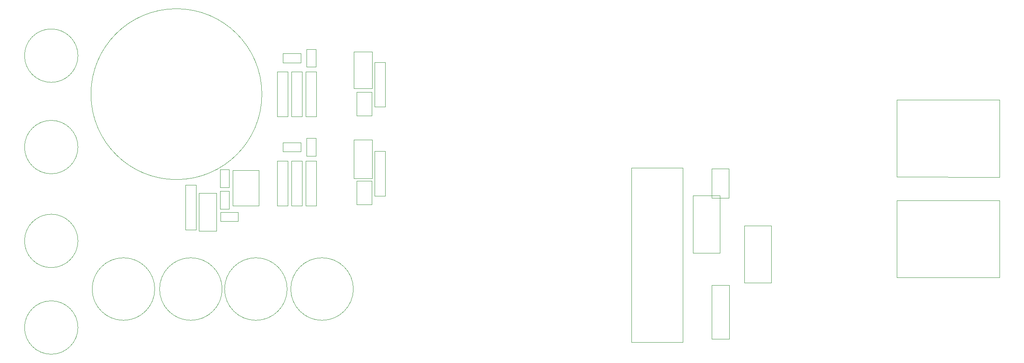
<source format=gbr>
G04 #@! TF.GenerationSoftware,KiCad,Pcbnew,5.1.4*
G04 #@! TF.CreationDate,2019-10-26T17:37:43-03:00*
G04 #@! TF.ProjectId,MCB19,4d434231-392e-46b6-9963-61645f706362,rev?*
G04 #@! TF.SameCoordinates,Original*
G04 #@! TF.FileFunction,Other,User*
%FSLAX46Y46*%
G04 Gerber Fmt 4.6, Leading zero omitted, Abs format (unit mm)*
G04 Created by KiCad (PCBNEW 5.1.4) date 2019-10-26 17:37:43*
%MOMM*%
%LPD*%
G04 APERTURE LIST*
%ADD10C,0.050000*%
G04 APERTURE END LIST*
D10*
X123670000Y-80500000D02*
X123670000Y-88500000D01*
X119830000Y-80500000D02*
X123670000Y-80500000D01*
X119830000Y-88500000D02*
X119830000Y-80500000D01*
X123670000Y-88500000D02*
X119830000Y-88500000D01*
X123670000Y-62180000D02*
X123670000Y-69820000D01*
X119830000Y-62180000D02*
X123670000Y-62180000D01*
X119830000Y-69820000D02*
X119830000Y-62180000D01*
X123670000Y-69820000D02*
X119830000Y-69820000D01*
X120420000Y-75450000D02*
X120420000Y-70550000D01*
X123580000Y-75450000D02*
X120420000Y-75450000D01*
X123580000Y-70550000D02*
X123580000Y-75450000D01*
X120420000Y-70550000D02*
X123580000Y-70550000D01*
X120420000Y-93950000D02*
X120420000Y-89050000D01*
X123580000Y-93950000D02*
X120420000Y-93950000D01*
X123580000Y-89050000D02*
X123580000Y-93950000D01*
X120420000Y-89050000D02*
X123580000Y-89050000D01*
X78500000Y-111500000D02*
G75*
G03X78500000Y-111500000I-6500000J0D01*
G01*
X62550000Y-119500000D02*
G75*
G03X62550000Y-119500000I-5550000J0D01*
G01*
X103900000Y-84850000D02*
X106100000Y-84850000D01*
X103900000Y-94150000D02*
X103900000Y-84850000D01*
X106100000Y-94150000D02*
X103900000Y-94150000D01*
X106100000Y-84850000D02*
X106100000Y-94150000D01*
X106000000Y-111500000D02*
G75*
G03X106000000Y-111500000I-6500000J0D01*
G01*
X119750000Y-111500000D02*
G75*
G03X119750000Y-111500000I-6500000J0D01*
G01*
X100085000Y-94200000D02*
X100085000Y-86800000D01*
X94685000Y-94200000D02*
X100085000Y-94200000D01*
X94685000Y-86800000D02*
X94685000Y-94200000D01*
X100085000Y-86800000D02*
X94685000Y-86800000D01*
X111950000Y-61650000D02*
X111950000Y-65350000D01*
X110050000Y-61650000D02*
X111950000Y-61650000D01*
X110050000Y-65350000D02*
X110050000Y-61650000D01*
X111950000Y-65350000D02*
X110050000Y-65350000D01*
X111950000Y-80150000D02*
X111950000Y-83850000D01*
X110050000Y-80150000D02*
X111950000Y-80150000D01*
X110050000Y-83850000D02*
X110050000Y-80150000D01*
X111950000Y-83850000D02*
X110050000Y-83850000D01*
X105150000Y-62550000D02*
X108850000Y-62550000D01*
X105150000Y-64450000D02*
X105150000Y-62550000D01*
X108850000Y-64450000D02*
X105150000Y-64450000D01*
X108850000Y-62550000D02*
X108850000Y-64450000D01*
X105150000Y-81050000D02*
X108850000Y-81050000D01*
X105150000Y-82950000D02*
X105150000Y-81050000D01*
X108850000Y-82950000D02*
X105150000Y-82950000D01*
X108850000Y-81050000D02*
X108850000Y-82950000D01*
X92125000Y-95550000D02*
X95825000Y-95550000D01*
X92125000Y-97450000D02*
X92125000Y-95550000D01*
X95825000Y-97450000D02*
X92125000Y-97450000D01*
X95825000Y-95550000D02*
X95825000Y-97450000D01*
X62550000Y-101500000D02*
G75*
G03X62550000Y-101500000I-5550000J0D01*
G01*
X62550000Y-82000000D02*
G75*
G03X62550000Y-82000000I-5550000J0D01*
G01*
X62550000Y-63000000D02*
G75*
G03X62550000Y-63000000I-5550000J0D01*
G01*
X112100000Y-75650000D02*
X109900000Y-75650000D01*
X112100000Y-66350000D02*
X112100000Y-75650000D01*
X109900000Y-66350000D02*
X112100000Y-66350000D01*
X109900000Y-75650000D02*
X109900000Y-66350000D01*
X109100000Y-75650000D02*
X106900000Y-75650000D01*
X109100000Y-66350000D02*
X109100000Y-75650000D01*
X106900000Y-66350000D02*
X109100000Y-66350000D01*
X106900000Y-75650000D02*
X106900000Y-66350000D01*
X109900000Y-94150000D02*
X109900000Y-84850000D01*
X109900000Y-84850000D02*
X112100000Y-84850000D01*
X112100000Y-84850000D02*
X112100000Y-94150000D01*
X112100000Y-94150000D02*
X109900000Y-94150000D01*
X109100000Y-94150000D02*
X106900000Y-94150000D01*
X109100000Y-84850000D02*
X109100000Y-94150000D01*
X106900000Y-84850000D02*
X109100000Y-84850000D01*
X106900000Y-94150000D02*
X106900000Y-84850000D01*
X124150000Y-92150000D02*
X124150000Y-82850000D01*
X124150000Y-82850000D02*
X126350000Y-82850000D01*
X126350000Y-82850000D02*
X126350000Y-92150000D01*
X126350000Y-92150000D02*
X124150000Y-92150000D01*
X126350000Y-73650000D02*
X124150000Y-73650000D01*
X126350000Y-64350000D02*
X126350000Y-73650000D01*
X124150000Y-64350000D02*
X126350000Y-64350000D01*
X124150000Y-73650000D02*
X124150000Y-64350000D01*
X103900000Y-66350000D02*
X106100000Y-66350000D01*
X103900000Y-75650000D02*
X103900000Y-66350000D01*
X106100000Y-75650000D02*
X103900000Y-75650000D01*
X106100000Y-66350000D02*
X106100000Y-75650000D01*
X84900000Y-89850000D02*
X87100000Y-89850000D01*
X84900000Y-99150000D02*
X84900000Y-89850000D01*
X87100000Y-99150000D02*
X84900000Y-99150000D01*
X87100000Y-89850000D02*
X87100000Y-99150000D01*
X92050000Y-94850000D02*
X92050000Y-91150000D01*
X93950000Y-94850000D02*
X92050000Y-94850000D01*
X93950000Y-91150000D02*
X93950000Y-94850000D01*
X92050000Y-91150000D02*
X93950000Y-91150000D01*
X87650000Y-99420000D02*
X87650000Y-91580000D01*
X91350000Y-99420000D02*
X87650000Y-99420000D01*
X91350000Y-91580000D02*
X91350000Y-99420000D01*
X87650000Y-91580000D02*
X91350000Y-91580000D01*
X92500000Y-111500000D02*
G75*
G03X92500000Y-111500000I-6500000J0D01*
G01*
X100750000Y-71000000D02*
G75*
G03X100750000Y-71000000I-17750000J0D01*
G01*
X93950000Y-86650000D02*
X93950000Y-90350000D01*
X92050000Y-86650000D02*
X93950000Y-86650000D01*
X92050000Y-90350000D02*
X92050000Y-86650000D01*
X93950000Y-90350000D02*
X92050000Y-90350000D01*
X194200000Y-86450000D02*
X197750000Y-86450000D01*
X197750000Y-86450000D02*
X197750000Y-92550000D01*
X197750000Y-92550000D02*
X194200000Y-92550000D01*
X194200000Y-92550000D02*
X194200000Y-86450000D01*
X188200000Y-122550000D02*
X188200000Y-86300000D01*
X188200000Y-86300000D02*
X177500000Y-86300000D01*
X177500000Y-86300000D02*
X177500000Y-122550000D01*
X177500000Y-122550000D02*
X188200000Y-122550000D01*
X232664000Y-88221000D02*
X232664000Y-72201000D01*
X232664000Y-88221000D02*
X254000000Y-88222000D01*
X254000000Y-72201000D02*
X232664000Y-72201000D01*
X254000000Y-72202000D02*
X254000000Y-88222000D01*
X232668000Y-109076000D02*
X232668000Y-93056000D01*
X232668000Y-109076000D02*
X254004000Y-109077000D01*
X254004000Y-93056000D02*
X232668000Y-93056000D01*
X254004000Y-93057000D02*
X254004000Y-109077000D01*
X194200000Y-110660000D02*
X194200000Y-121860000D01*
X194200000Y-121860000D02*
X197800000Y-121860000D01*
X197800000Y-121860000D02*
X197800000Y-110660000D01*
X197800000Y-110660000D02*
X194200000Y-110660000D01*
X200934000Y-110216000D02*
X206534000Y-110216000D01*
X206534000Y-110216000D02*
X206534000Y-98316000D01*
X206534000Y-98316000D02*
X200934000Y-98316000D01*
X200934000Y-98316000D02*
X200934000Y-110216000D01*
X195896000Y-92084000D02*
X190296000Y-92084000D01*
X190296000Y-92084000D02*
X190296000Y-103984000D01*
X190296000Y-103984000D02*
X195896000Y-103984000D01*
X195896000Y-103984000D02*
X195896000Y-92084000D01*
M02*

</source>
